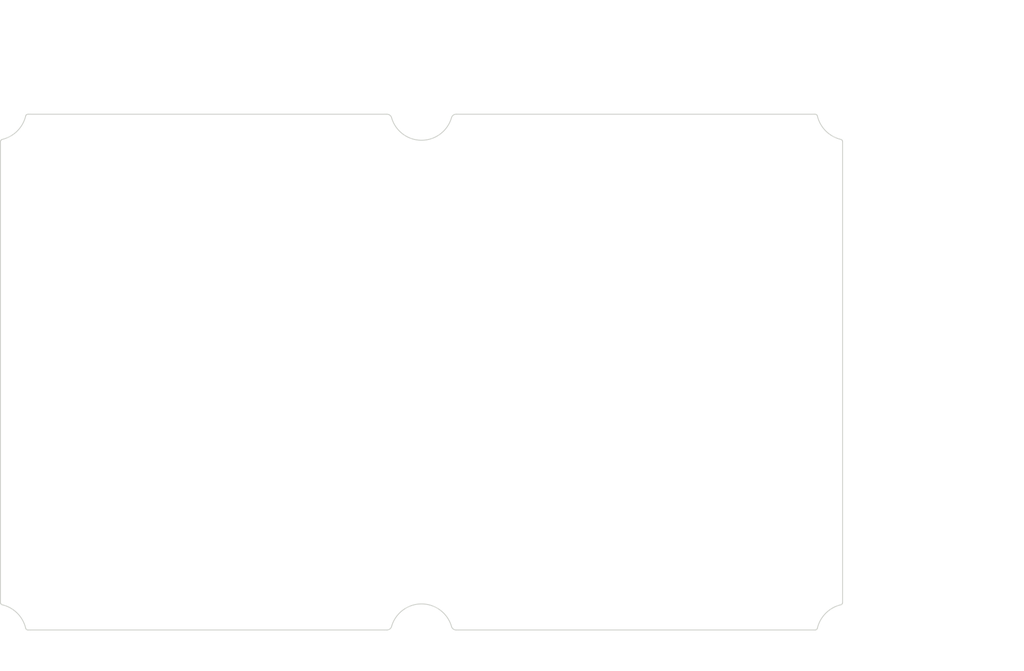
<source format=kicad_pcb>
(kicad_pcb (version 20171130) (host pcbnew "(5.1.0)-1")

  (general
    (thickness 1.6)
    (drawings 84)
    (tracks 0)
    (zones 0)
    (modules 0)
    (nets 1)
  )

  (page A4)
  (layers
    (0 F.Cu signal)
    (31 B.Cu signal)
    (32 B.Adhes user)
    (33 F.Adhes user)
    (34 B.Paste user)
    (35 F.Paste user)
    (36 B.SilkS user)
    (37 F.SilkS user)
    (38 B.Mask user)
    (39 F.Mask user)
    (40 Dwgs.User user)
    (41 Cmts.User user)
    (42 Eco1.User user)
    (43 Eco2.User user)
    (44 Edge.Cuts user)
    (45 Margin user)
    (46 B.CrtYd user)
    (47 F.CrtYd user)
    (48 B.Fab user)
    (49 F.Fab user)
  )

  (setup
    (last_trace_width 0.25)
    (trace_clearance 0.2)
    (zone_clearance 0.508)
    (zone_45_only no)
    (trace_min 0.2)
    (via_size 0.8)
    (via_drill 0.4)
    (via_min_size 0.4)
    (via_min_drill 0.3)
    (uvia_size 0.3)
    (uvia_drill 0.1)
    (uvias_allowed no)
    (uvia_min_size 0.2)
    (uvia_min_drill 0.1)
    (edge_width 0.05)
    (segment_width 0.2)
    (pcb_text_width 0.3)
    (pcb_text_size 1.5 1.5)
    (mod_edge_width 0.12)
    (mod_text_size 1 1)
    (mod_text_width 0.15)
    (pad_size 1.524 1.524)
    (pad_drill 0.762)
    (pad_to_mask_clearance 0.051)
    (solder_mask_min_width 0.25)
    (aux_axis_origin 0 0)
    (visible_elements FFFFFF7F)
    (pcbplotparams
      (layerselection 0x010fc_ffffffff)
      (usegerberextensions false)
      (usegerberattributes false)
      (usegerberadvancedattributes false)
      (creategerberjobfile false)
      (excludeedgelayer true)
      (linewidth 0.152400)
      (plotframeref false)
      (viasonmask false)
      (mode 1)
      (useauxorigin false)
      (hpglpennumber 1)
      (hpglpenspeed 20)
      (hpglpendiameter 15.000000)
      (psnegative false)
      (psa4output false)
      (plotreference true)
      (plotvalue true)
      (plotinvisibletext false)
      (padsonsilk false)
      (subtractmaskfromsilk false)
      (outputformat 1)
      (mirror false)
      (drillshape 1)
      (scaleselection 1)
      (outputdirectory ""))
  )

  (net 0 "")

  (net_class Default "This is the default net class."
    (clearance 0.2)
    (trace_width 0.25)
    (via_dia 0.8)
    (via_drill 0.4)
    (uvia_dia 0.3)
    (uvia_drill 0.1)
  )

  (gr_line (start 213.597753 48.052865) (end 138.714458 48.052865) (layer Edge.Cuts) (width 0.2))
  (gr_curve (pts (xy 213.6945 48.062316) (xy 213.662556 48.056014) (xy 213.630002 48.052865) (xy 213.597753 48.052865)) (layer Edge.Cuts) (width 0.2))
  (gr_curve (pts (xy 213.840113 48.115564) (xy 213.794628 48.090337) (xy 213.74561 48.0724) (xy 213.6945 48.062316)) (layer Edge.Cuts) (width 0.2))
  (gr_curve (pts (xy 213.99269 48.246448) (xy 213.951408 48.193166) (xy 213.899243 48.14836) (xy 213.840113 48.115564)) (layer Edge.Cuts) (width 0.2))
  (gr_curve (pts (xy 214.08349 48.435473) (xy 214.067041 48.367232) (xy 214.035892 48.302207) (xy 213.99269 48.246448)) (layer Edge.Cuts) (width 0.2))
  (gr_arc (start 220.501884 46.888429) (end 214.08349 48.435473) (angle -62.89664613) (layer Edge.Cuts) (width 0.2))
  (gr_curve (pts (xy 219.143865 53.397623) (xy 219.088107 53.354422) (xy 219.023082 53.323272) (xy 218.95484 53.306824)) (layer Edge.Cuts) (width 0.2))
  (gr_curve (pts (xy 219.274749 53.550201) (xy 219.241953 53.49107) (xy 219.197147 53.438906) (xy 219.143865 53.397623)) (layer Edge.Cuts) (width 0.2))
  (gr_curve (pts (xy 219.327997 53.695813) (xy 219.317914 53.644703) (xy 219.299977 53.595686) (xy 219.274749 53.550201)) (layer Edge.Cuts) (width 0.2))
  (gr_curve (pts (xy 219.337449 53.792561) (xy 219.337449 53.760312) (xy 219.334299 53.727757) (xy 219.327997 53.695813)) (layer Edge.Cuts) (width 0.2))
  (gr_line (start 219.337449 149.984298) (end 219.337449 53.792561) (layer Edge.Cuts) (width 0.2))
  (gr_curve (pts (xy 219.327997 150.081045) (xy 219.334299 150.049101) (xy 219.337449 150.016547) (xy 219.337449 149.984298)) (layer Edge.Cuts) (width 0.2))
  (gr_curve (pts (xy 219.274749 150.226658) (xy 219.299977 150.181173) (xy 219.317914 150.132156) (xy 219.327997 150.081045)) (layer Edge.Cuts) (width 0.2))
  (gr_curve (pts (xy 219.143865 150.379235) (xy 219.197147 150.337953) (xy 219.241953 150.285788) (xy 219.274749 150.226658)) (layer Edge.Cuts) (width 0.2))
  (gr_curve (pts (xy 218.95484 150.470035) (xy 219.023082 150.453586) (xy 219.088107 150.422437) (xy 219.143865 150.379235)) (layer Edge.Cuts) (width 0.2))
  (gr_arc (start 220.501884 156.888429) (end 218.95484 150.470035) (angle -62.89664613) (layer Edge.Cuts) (width 0.2))
  (gr_curve (pts (xy 213.99269 155.530411) (xy 214.035892 155.474652) (xy 214.067041 155.409627) (xy 214.08349 155.341385)) (layer Edge.Cuts) (width 0.2))
  (gr_curve (pts (xy 213.840113 155.661294) (xy 213.899243 155.628498) (xy 213.951408 155.583692) (xy 213.99269 155.530411)) (layer Edge.Cuts) (width 0.2))
  (gr_curve (pts (xy 213.6945 155.714542) (xy 213.74561 155.704459) (xy 213.794628 155.686522) (xy 213.840113 155.661294)) (layer Edge.Cuts) (width 0.2))
  (gr_curve (pts (xy 213.597753 155.723994) (xy 213.630002 155.723994) (xy 213.662556 155.720844) (xy 213.6945 155.714542)) (layer Edge.Cuts) (width 0.2))
  (gr_line (start 138.714458 155.723994) (end 213.597753 155.723994) (layer Edge.Cuts) (width 0.2))
  (gr_arc (start 131.501884 156.788429) (end 137.753064 154.999171) (angle -148.0548639) (layer Edge.Cuts) (width 0.2))
  (gr_line (start 49.406016 155.723994) (end 124.289311 155.723994) (layer Edge.Cuts) (width 0.2))
  (gr_curve (pts (xy 49.309268 155.714542) (xy 49.341212 155.720844) (xy 49.373767 155.723994) (xy 49.406016 155.723994)) (layer Edge.Cuts) (width 0.2))
  (gr_curve (pts (xy 49.163656 155.661294) (xy 49.20914 155.686522) (xy 49.258158 155.704459) (xy 49.309268 155.714542)) (layer Edge.Cuts) (width 0.2))
  (gr_curve (pts (xy 49.011078 155.530411) (xy 49.05236 155.583692) (xy 49.104525 155.628498) (xy 49.163656 155.661294)) (layer Edge.Cuts) (width 0.2))
  (gr_curve (pts (xy 48.920279 155.341385) (xy 48.936727 155.409627) (xy 48.967877 155.474652) (xy 49.011078 155.530411)) (layer Edge.Cuts) (width 0.2))
  (gr_arc (start 42.501884 156.888429) (end 48.920279 155.341385) (angle -62.89664613) (layer Edge.Cuts) (width 0.2))
  (gr_curve (pts (xy 43.859903 150.379235) (xy 43.915662 150.422437) (xy 43.980686 150.453586) (xy 44.048928 150.470035)) (layer Edge.Cuts) (width 0.2))
  (gr_curve (pts (xy 43.729019 150.226658) (xy 43.761815 150.285788) (xy 43.806621 150.337953) (xy 43.859903 150.379235)) (layer Edge.Cuts) (width 0.2))
  (gr_curve (pts (xy 43.675771 150.081045) (xy 43.685854 150.132156) (xy 43.703792 150.181173) (xy 43.729019 150.226658)) (layer Edge.Cuts) (width 0.2))
  (gr_curve (pts (xy 43.66632 149.984298) (xy 43.66632 150.016547) (xy 43.669469 150.049101) (xy 43.675771 150.081045)) (layer Edge.Cuts) (width 0.2))
  (gr_line (start 43.66632 53.792561) (end 43.66632 149.984298) (layer Edge.Cuts) (width 0.2))
  (gr_curve (pts (xy 43.675771 53.695813) (xy 43.669469 53.727757) (xy 43.66632 53.760312) (xy 43.66632 53.792561)) (layer Edge.Cuts) (width 0.2))
  (gr_curve (pts (xy 43.729019 53.550201) (xy 43.703792 53.595686) (xy 43.685854 53.644703) (xy 43.675771 53.695813)) (layer Edge.Cuts) (width 0.2))
  (gr_curve (pts (xy 43.859903 53.397623) (xy 43.806621 53.438906) (xy 43.761815 53.49107) (xy 43.729019 53.550201)) (layer Edge.Cuts) (width 0.2))
  (gr_curve (pts (xy 44.048928 53.306824) (xy 43.980686 53.323272) (xy 43.915662 53.354422) (xy 43.859903 53.397623)) (layer Edge.Cuts) (width 0.2))
  (gr_arc (start 42.501884 46.888429) (end 44.048928 53.306824) (angle -62.89664613) (layer Edge.Cuts) (width 0.2))
  (gr_curve (pts (xy 49.011078 48.246448) (xy 48.967877 48.302207) (xy 48.936727 48.367232) (xy 48.920279 48.435473)) (layer Edge.Cuts) (width 0.2))
  (gr_curve (pts (xy 49.163656 48.115564) (xy 49.104525 48.14836) (xy 49.05236 48.193166) (xy 49.011078 48.246448)) (layer Edge.Cuts) (width 0.2))
  (gr_curve (pts (xy 49.309268 48.062316) (xy 49.258158 48.0724) (xy 49.20914 48.090337) (xy 49.163656 48.115564)) (layer Edge.Cuts) (width 0.2))
  (gr_curve (pts (xy 49.406016 48.052865) (xy 49.373767 48.052865) (xy 49.341212 48.056014) (xy 49.309268 48.062316)) (layer Edge.Cuts) (width 0.2))
  (gr_line (start 124.289311 48.052865) (end 49.406016 48.052865) (layer Edge.Cuts) (width 0.2))
  (gr_arc (start 131.501884 46.988429) (end 125.250704 48.777688) (angle -148.0548639) (layer Edge.Cuts) (width 0.2))
  (gr_arc (start 138.714458 154.723994) (end 137.753064 154.999171) (angle -74.02743195) (layer Edge.Cuts) (width 0.2))
  (gr_arc (start 124.289311 154.723994) (end 124.289311 155.723994) (angle -74.02743195) (layer Edge.Cuts) (width 0.2))
  (gr_arc (start 124.289311 49.052865) (end 125.250704 48.777688) (angle -74.02743195) (layer Edge.Cuts) (width 0.2))
  (gr_arc (start 138.714458 49.052865) (end 138.714458 48.052865) (angle -74.02743195) (layer Edge.Cuts) (width 0.2))
  (gr_text [R0.04] (at 135.912005 162.969227) (layer Dwgs.User)
    (effects (font (size 1.7 1.53) (thickness 0.2125)))
  )
  (gr_text " R1.00" (at 135.912005 159.411792) (layer Dwgs.User)
    (effects (font (size 1.7 1.53) (thickness 0.2125)))
  )
  (gr_line (start 129.441234 161.079766) (end 126.182788 157.055523) (layer Dwgs.User) (width 0.2))
  (gr_line (start 131.441234 161.079766) (end 129.441234 161.079766) (layer Dwgs.User) (width 0.2))
  (gr_text [R0.26] (at 204.108132 146.908154) (layer Dwgs.User)
    (effects (font (size 1.7 1.53) (thickness 0.2125)))
  )
  (gr_text " R6.60" (at 204.108132 143.350719) (layer Dwgs.User)
    (effects (font (size 1.7 1.53) (thickness 0.2125)))
  )
  (gr_line (start 210.578903 145.018693) (end 214.984545 150.288662) (layer Dwgs.User) (width 0.2))
  (gr_line (start 208.578903 145.018693) (end 210.578903 145.018693) (layer Dwgs.User) (width 0.2))
  (gr_text [R0.26] (at 147.697898 58.332552) (layer Dwgs.User)
    (effects (font (size 1.7 1.53) (thickness 0.2125)))
  )
  (gr_text " R6.50" (at 147.697898 54.775117) (layer Dwgs.User)
    (effects (font (size 1.7 1.53) (thickness 0.2125)))
  )
  (gr_line (start 141.227127 56.443091) (end 137.59806 52.914994) (layer Dwgs.User) (width 0.2))
  (gr_line (start 143.227127 56.443091) (end 141.227127 56.443091) (layer Dwgs.User) (width 0.2))
  (gr_text [2.98] (at 181.134816 39.108726) (layer Dwgs.User)
    (effects (font (size 1.7 1.53) (thickness 0.2125)))
  )
  (gr_text " 75.68" (at 181.134816 35.551291) (layer Dwgs.User)
    (effects (font (size 1.7 1.53) (thickness 0.2125)))
  )
  (gr_line (start 211.597753 37.219265) (end 185.184066 37.219265) (layer Dwgs.User) (width 0.2))
  (gr_line (start 139.916373 37.219265) (end 177.085566 37.219265) (layer Dwgs.User) (width 0.2))
  (gr_line (start 213.597753 47.052865) (end 213.597753 34.044265) (layer Dwgs.User) (width 0.2))
  (gr_line (start 137.916373 47.052865) (end 137.916373 34.044265) (layer Dwgs.User) (width 0.2))
  (gr_text [3.79] (at 231.262766 128.414347) (layer Dwgs.User)
    (effects (font (size 1.7 1.53) (thickness 0.2125)))
  )
  (gr_text " 96.19" (at 231.262766 124.856912) (layer Dwgs.User)
    (effects (font (size 1.7 1.53) (thickness 0.2125)))
  )
  (gr_line (start 231.262766 147.984298) (end 231.262766 130.082322) (layer Dwgs.User) (width 0.2))
  (gr_line (start 231.262766 55.792561) (end 231.262766 122.967451) (layer Dwgs.User) (width 0.2))
  (gr_line (start 220.337449 149.984298) (end 234.437766 149.984298) (layer Dwgs.User) (width 0.2))
  (gr_line (start 220.337449 53.792561) (end 234.437766 53.792561) (layer Dwgs.User) (width 0.2))
  (gr_text [4.24] (at 252.433308 120.384142) (layer Dwgs.User)
    (effects (font (size 1.7 1.53) (thickness 0.2125)))
  )
  (gr_text " 107.67" (at 252.433308 116.826706) (layer Dwgs.User)
    (effects (font (size 1.7 1.53) (thickness 0.2125)))
  )
  (gr_line (start 252.433308 50.052865) (end 252.433308 114.937245) (layer Dwgs.User) (width 0.2))
  (gr_line (start 252.433308 153.723994) (end 252.433308 122.052116) (layer Dwgs.User) (width 0.2))
  (gr_line (start 214.597753 48.052865) (end 255.608308 48.052865) (layer Dwgs.User) (width 0.2))
  (gr_line (start 214.597753 155.723994) (end 255.608308 155.723994) (layer Dwgs.User) (width 0.2))
  (gr_text [6.92] (at 132.710243 29.375144) (layer Dwgs.User)
    (effects (font (size 1.7 1.53) (thickness 0.2125)))
  )
  (gr_text " 175.67" (at 132.710243 25.817709) (layer Dwgs.User)
    (effects (font (size 1.7 1.53) (thickness 0.2125)))
  )
  (gr_line (start 217.337449 27.485683) (end 137.418155 27.485683) (layer Dwgs.User) (width 0.2))
  (gr_line (start 45.66632 27.485683) (end 128.00233 27.485683) (layer Dwgs.User) (width 0.2))
  (gr_line (start 219.337449 52.792561) (end 219.337449 24.310683) (layer Dwgs.User) (width 0.2))
  (gr_line (start 43.66632 52.792561) (end 43.66632 24.310683) (layer Dwgs.User) (width 0.2))

)

</source>
